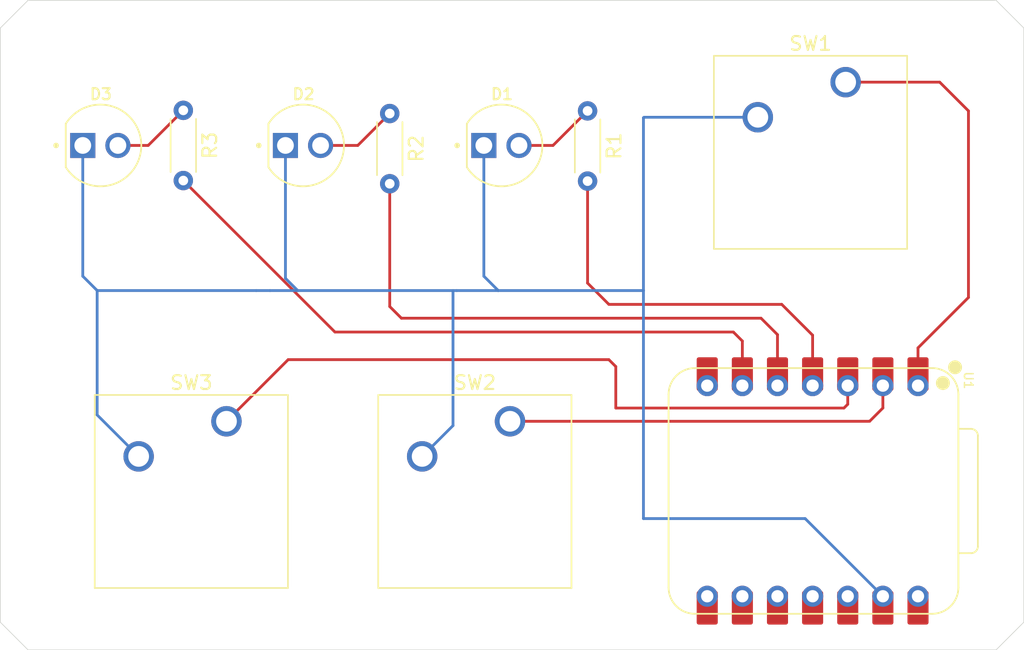
<source format=kicad_pcb>
(kicad_pcb (version 20241229) (generator "pcbnew") (generator_version "9.0")
  (layers (0 "F.Cu" signal) (2 "B.Cu" signal) (13 "F.Paste" user) (15 "B.Paste" user) (5 "F.SilkS" user "F.Silkscreen") (7 "B.SilkS" user "B.Silkscreen") (1 "F.Mask" user) (3 "B.Mask" user) (25 "Edge.Cuts" user))
  (net 0 "")
  (net 1 "GND")
  (net 2 "Net-(D1-PadA)")
  (net 3 "Net-(D2-PadA)")
  (net 4 "Net-(D3-PadA)")
  (net 5 "LED1")
  (net 6 "LED2")
  (net 7 "LED3")
  (net 8 "button1")
  (net 9 "button2")
  (net 10 "button3")
  (footprint "footprints:LEDRD254W57D500H1070" (layer "F.Cu") (at 136.23 79.5)
    (property "Reference" "D1" (at 0.04 -3.708 0) (layer "F.SilkS") (effects (font (size 0.8 0.8))))
    (property "Value" "L08R5000Q1")
    (fp_line (start -2.5 -1.566) (end -2.5 1.566) (stroke (width 0.127)) (layer "F.SilkS"))
    (fp_arc (start -2.5 -1.566) (mid 2.961291 0) (end -2.5 1.566) (stroke (width 0.127)) (layer "F.SilkS"))
    (fp_circle (center -3.2 0) (end -3.1 0) (stroke (width 0.2)) (fill no) (layer "F.SilkS"))
    (pad "A" thru_hole circle (at 1.27 0) (size 1.815 1.815) (drill 1.21) (layers "*.Cu" "*.Mask") (net 2 "Net-(D1-PadA)"))
    (pad "C" thru_hole rect (at -1.27 0) (size 1.815 1.815) (drill 1.21) (layers "*.Cu" "*.Mask") (net 1 "GND"))
  )
  (footprint "footprints:XIAO-RP2040-DIP" (layer "F.Cu") (at 158.7315 104.5 -90)
    (property "Reference" "U1" (at -8 -11.2685 270) (layer "F.SilkS") (effects (font (size 0.635 0.635) (thickness 0.1016))))
    (property "Value" "XIAO-RP2040-DIP")
    (fp_line (start -6.985 10.414) (end 6.985 10.414) (stroke (width 0.127)) (layer "F.SilkS"))
    (fp_line (start -8.89 8.509) (end -8.89 -8.636) (stroke (width 0.127)) (layer "F.SilkS"))
    (fp_line (start 8.89 8.509) (end 8.89 -8.636) (stroke (width 0.127)) (layer "F.SilkS"))
    (fp_line (start -4.495 -10.541) (end -4.491272 -11.451272) (stroke (width 0.127)) (layer "F.SilkS"))
    (fp_line (start 6.985 -10.541) (end -6.985 -10.541) (stroke (width 0.1)) (layer "F.SilkS"))
    (fp_line (start 6.985 -10.541) (end -6.985 -10.541) (stroke (width 0.127)) (layer "F.SilkS"))
    (fp_line (start 4.504 -11.451) (end 4.504 -10.541) (stroke (width 0.127)) (layer "F.SilkS"))
    (fp_line (start -3.991272 -11.951) (end 4.004 -11.951) (stroke (width 0.127)) (layer "F.SilkS"))
    (fp_arc (start -6.985 10.414) (mid -8.332038 9.856038) (end -8.89 8.509) (stroke (width 0.127)) (layer "F.SilkS"))
    (fp_arc (start 8.89 8.509) (mid 8.332038 9.856038) (end 6.985 10.414) (stroke (width 0.127)) (layer "F.SilkS"))
    (fp_arc (start -8.89 -8.636) (mid -8.332038 -9.983038) (end -6.985 -10.541) (stroke (width 0.127)) (layer "F.SilkS"))
    (fp_arc (start 6.985 -10.541) (mid 8.332038 -9.983038) (end 8.89 -8.636) (stroke (width 0.127)) (layer "F.SilkS"))
    (fp_arc (start -4.491272 -11.451272) (mid -4.344728 -11.80464) (end -3.991272 -11.951) (stroke (width 0.127)) (layer "F.SilkS"))
    (fp_arc (start 4.004 -11.951) (mid 4.357553 -11.804553) (end 4.504 -11.451) (stroke (width 0.127)) (layer "F.SilkS"))
    (fp_circle (center -7.807 -9.42) (end -7.807 -9.674) (stroke (width 0.5)) (fill yes) (layer "F.SilkS"))
    (fp_circle (center -8.95 -10.3) (end -8.95 -10.554) (stroke (width 0.5)) (fill yes) (layer "F.SilkS"))
    (pad "1" smd roundrect (at -8.455 -7.62 90) (size 2.432 1.524) (layers "F.Cu" "F.Mask") (roundrect_rratio 0.1) (net 8 "button1"))
    (pad "1" thru_hole circle (at -7.62 -7.62 90) (size 1.524 1.524) (drill 0.889) (layers "*.Cu" "*.Mask") (net 8 "button1"))
    (pad "2" smd roundrect (at -8.455 -5.08 90) (size 2.432 1.524) (layers "F.Cu" "F.Mask") (roundrect_rratio 0.1) (net 9 "button2"))
    (pad "2" thru_hole circle (at -7.62 -5.08 90) (size 1.524 1.524) (drill 0.889) (layers "*.Cu" "*.Mask") (net 9 "button2"))
    (pad "3" smd roundrect (at -8.455 -2.54 90) (size 2.432 1.524) (layers "F.Cu" "F.Mask") (roundrect_rratio 0.1) (net 10 "button3"))
    (pad "3" thru_hole circle (at -7.62 -2.54 90) (size 1.524 1.524) (drill 0.889) (layers "*.Cu" "*.Mask") (net 10 "button3"))
    (pad "4" smd roundrect (at -8.455 0 90) (size 2.432 1.524) (layers "F.Cu" "F.Mask") (roundrect_rratio 0.1) (net 5 "LED1"))
    (pad "4" thru_hole circle (at -7.62 0 90) (size 1.524 1.524) (drill 0.889) (layers "*.Cu" "*.Mask") (net 5 "LED1"))
    (pad "5" smd roundrect (at -8.455 2.54 90) (size 2.432 1.524) (layers "F.Cu" "F.Mask") (roundrect_rratio 0.1) (net 6 "LED2"))
    (pad "5" thru_hole circle (at -7.62 2.54 90) (size 1.524 1.524) (drill 0.889) (layers "*.Cu" "*.Mask") (net 6 "LED2"))
    (pad "6" smd roundrect (at -8.455 5.08 90) (size 2.432 1.524) (layers "F.Cu" "F.Mask") (roundrect_rratio 0.1) (net 7 "LED3"))
    (pad "6" thru_hole circle (at -7.62 5.08 90) (size 1.524 1.524) (drill 0.889) (layers "*.Cu" "*.Mask") (net 7 "LED3"))
    (pad "7" smd roundrect (at -8.455 7.62 90) (size 2.432 1.524) (layers "F.Cu" "F.Mask") (roundrect_rratio 0.1))
    (pad "7" thru_hole circle (at -7.62 7.62 90) (size 1.524 1.524) (drill 0.889) (layers "*.Cu" "*.Mask"))
    (pad "8" thru_hole circle (at 7.62 7.62 270) (size 1.524 1.524) (drill 0.889) (layers "*.Cu" "*.Mask"))
    (pad "8" smd roundrect (at 8.455 7.62 270) (size 2.432 1.524) (layers "F.Cu" "F.Mask") (roundrect_rratio 0.1))
    (pad "9" thru_hole circle (at 7.62 5.08 270) (size 1.524 1.524) (drill 0.889) (layers "*.Cu" "*.Mask"))
    (pad "9" smd roundrect (at 8.455 5.08 270) (size 2.432 1.524) (layers "F.Cu" "F.Mask") (roundrect_rratio 0.1))
    (pad "10" thru_hole circle (at 7.62 2.54 270) (size 1.524 1.524) (drill 0.889) (layers "*.Cu" "*.Mask"))
    (pad "10" smd roundrect (at 8.455 2.54 270) (size 2.432 1.524) (layers "F.Cu" "F.Mask") (roundrect_rratio 0.1))
    (pad "11" thru_hole circle (at 7.62 0 270) (size 1.524 1.524) (drill 0.889) (layers "*.Cu" "*.Mask"))
    (pad "11" smd roundrect (at 8.455 0 270) (size 2.432 1.524) (layers "F.Cu" "F.Mask") (roundrect_rratio 0.1))
    (pad "12" thru_hole circle (at 7.62 -2.54 270) (size 1.524 1.524) (drill 0.889) (layers "*.Cu" "*.Mask"))
    (pad "12" smd roundrect (at 8.455 -2.54 270) (size 2.432 1.524) (layers "F.Cu" "F.Mask") (roundrect_rratio 0.1))
    (pad "13" thru_hole circle (at 7.62 -5.08 270) (size 1.524 1.524) (drill 0.889) (layers "*.Cu" "*.Mask") (net 1 "GND"))
    (pad "13" smd roundrect (at 8.455 -5.08 270) (size 2.432 1.524) (layers "F.Cu" "F.Mask") (roundrect_rratio 0.1) (net 1 "GND"))
    (pad "14" thru_hole circle (at 7.62 -7.62 270) (size 1.524 1.524) (drill 0.889) (layers "*.Cu" "*.Mask"))
    (pad "14" smd roundrect (at 8.455 -7.62 270) (size 2.432 1.524) (layers "F.Cu" "F.Mask") (roundrect_rratio 0.1))
  )
  (footprint "Resistor_THT:R_Axial_DIN0204_L3.6mm_D1.6mm_P5.08mm_Horizontal" (layer "F.Cu") (at 142.46 77 -90)
    (property "Reference" "R1" (at 2.54 -1.92 90) (layer "F.SilkS"))
    (property "Value" "R")
    (fp_line (start 0.62 0.92) (end 4.46 0.92) (stroke (width 0.12)) (layer "F.SilkS"))
    (fp_line (start 0.62 -0.92) (end 4.46 -0.92) (stroke (width 0.12)) (layer "F.SilkS"))
    (pad "1" thru_hole circle (at 0 0 270) (size 1.4 1.4) (drill 0.7) (layers "*.Cu" "*.Mask") (net 2 "Net-(D1-PadA)"))
    (pad "2" thru_hole circle (at 5.08 0 270) (size 1.4 1.4) (drill 0.7) (layers "*.Cu" "*.Mask") (net 5 "LED1"))
  )
  (footprint "footprints:LEDRD254W57D500H1070" (layer "F.Cu") (at 107.23 79.5)
    (property "Reference" "D3" (at 0.04 -3.708 0) (layer "F.SilkS") (effects (font (size 0.8 0.8))))
    (property "Value" "L08R5000Q1")
    (fp_line (start -2.5 -1.566) (end -2.5 1.566) (stroke (width 0.127)) (layer "F.SilkS"))
    (fp_arc (start -2.5 -1.566) (mid 2.961291 0) (end -2.5 1.566) (stroke (width 0.127)) (layer "F.SilkS"))
    (fp_circle (center -3.2 0) (end -3.1 0) (stroke (width 0.2)) (fill no) (layer "F.SilkS"))
    (pad "A" thru_hole circle (at 1.27 0) (size 1.815 1.815) (drill 1.21) (layers "*.Cu" "*.Mask") (net 4 "Net-(D3-PadA)"))
    (pad "C" thru_hole rect (at -1.27 0) (size 1.815 1.815) (drill 1.21) (layers "*.Cu" "*.Mask") (net 1 "GND"))
  )
  (footprint "Button_Switch_Keyboard:SW_Cherry_MX_1.00u_PCB" (layer "F.Cu") (at 161.12 74.92)
    (property "Reference" "SW1" (at -2.54 -2.794 0) (layer "F.SilkS"))
    (property "Value" "SW_Push")
    (fp_line (start -9.525 -1.905) (end 4.445 -1.905) (stroke (width 0.12)) (layer "F.SilkS"))
    (fp_line (start -9.525 12.065) (end -9.525 -1.905) (stroke (width 0.12)) (layer "F.SilkS"))
    (fp_line (start 4.445 -1.905) (end 4.445 12.065) (stroke (width 0.12)) (layer "F.SilkS"))
    (fp_line (start 4.445 12.065) (end -9.525 12.065) (stroke (width 0.12)) (layer "F.SilkS"))
    (pad "" np_thru_hole circle (at -7.62 5.08) (size 1.7 1.7) (drill 1.7) (layers "*.Cu" "*.Mask"))
    (pad "" np_thru_hole circle (at -2.54 5.08) (size 4 4) (drill 4) (layers "*.Cu" "*.Mask"))
    (pad "" np_thru_hole circle (at 2.54 5.08) (size 1.7 1.7) (drill 1.7) (layers "*.Cu" "*.Mask"))
    (pad "1" thru_hole circle (at 0 0) (size 2.2 2.2) (drill 1.5) (layers "*.Cu" "*.Mask") (net 8 "button1"))
    (pad "2" thru_hole circle (at -6.35 2.54) (size 2.2 2.2) (drill 1.5) (layers "*.Cu" "*.Mask") (net 1 "GND"))
  )
  (footprint "footprints:LEDRD254W57D500H1070" (layer "F.Cu") (at 121.885 79.5)
    (property "Reference" "D2" (at 0.04 -3.708 0) (layer "F.SilkS") (effects (font (size 0.8 0.8))))
    (property "Value" "L08R5000Q1")
    (fp_line (start -2.5 -1.566) (end -2.5 1.566) (stroke (width 0.127)) (layer "F.SilkS"))
    (fp_arc (start -2.5 -1.566) (mid 2.961291 0) (end -2.5 1.566) (stroke (width 0.127)) (layer "F.SilkS"))
    (fp_circle (center -3.2 0) (end -3.1 0) (stroke (width 0.2)) (fill no) (layer "F.SilkS"))
    (pad "A" thru_hole circle (at 1.27 0) (size 1.815 1.815) (drill 1.21) (layers "*.Cu" "*.Mask") (net 3 "Net-(D2-PadA)"))
    (pad "C" thru_hole rect (at -1.27 0) (size 1.815 1.815) (drill 1.21) (layers "*.Cu" "*.Mask") (net 1 "GND"))
  )
  (footprint "Button_Switch_Keyboard:SW_Cherry_MX_1.00u_PCB" (layer "F.Cu") (at 136.85 99.46)
    (property "Reference" "SW2" (at -2.54 -2.794 0) (layer "F.SilkS"))
    (property "Value" "SW_Push")
    (fp_line (start -9.525 -1.905) (end 4.445 -1.905) (stroke (width 0.12)) (layer "F.SilkS"))
    (fp_line (start -9.525 12.065) (end -9.525 -1.905) (stroke (width 0.12)) (layer "F.SilkS"))
    (fp_line (start 4.445 -1.905) (end 4.445 12.065) (stroke (width 0.12)) (layer "F.SilkS"))
    (fp_line (start 4.445 12.065) (end -9.525 12.065) (stroke (width 0.12)) (layer "F.SilkS"))
    (pad "" np_thru_hole circle (at -7.62 5.08) (size 1.7 1.7) (drill 1.7) (layers "*.Cu" "*.Mask"))
    (pad "" np_thru_hole circle (at -2.54 5.08) (size 4 4) (drill 4) (layers "*.Cu" "*.Mask"))
    (pad "" np_thru_hole circle (at 2.54 5.08) (size 1.7 1.7) (drill 1.7) (layers "*.Cu" "*.Mask"))
    (pad "1" thru_hole circle (at 0 0) (size 2.2 2.2) (drill 1.5) (layers "*.Cu" "*.Mask") (net 9 "button2"))
    (pad "2" thru_hole circle (at -6.35 2.54) (size 2.2 2.2) (drill 1.5) (layers "*.Cu" "*.Mask") (net 1 "GND"))
  )
  (footprint "Button_Switch_Keyboard:SW_Cherry_MX_1.00u_PCB" (layer "F.Cu") (at 116.35 99.46)
    (property "Reference" "SW3" (at -2.54 -2.794 0) (layer "F.SilkS"))
    (property "Value" "SW_Push")
    (fp_line (start -9.525 -1.905) (end 4.445 -1.905) (stroke (width 0.12)) (layer "F.SilkS"))
    (fp_line (start -9.525 12.065) (end -9.525 -1.905) (stroke (width 0.12)) (layer "F.SilkS"))
    (fp_line (start 4.445 -1.905) (end 4.445 12.065) (stroke (width 0.12)) (layer "F.SilkS"))
    (fp_line (start 4.445 12.065) (end -9.525 12.065) (stroke (width 0.12)) (layer "F.SilkS"))
    (pad "" np_thru_hole circle (at -7.62 5.08) (size 1.7 1.7) (drill 1.7) (layers "*.Cu" "*.Mask"))
    (pad "" np_thru_hole circle (at -2.54 5.08) (size 4 4) (drill 4) (layers "*.Cu" "*.Mask"))
    (pad "" np_thru_hole circle (at 2.54 5.08) (size 1.7 1.7) (drill 1.7) (layers "*.Cu" "*.Mask"))
    (pad "1" thru_hole circle (at 0 0) (size 2.2 2.2) (drill 1.5) (layers "*.Cu" "*.Mask") (net 10 "button3"))
    (pad "2" thru_hole circle (at -6.35 2.54) (size 2.2 2.2) (drill 1.5) (layers "*.Cu" "*.Mask") (net 1 "GND"))
  )
  (footprint "Resistor_THT:R_Axial_DIN0204_L3.6mm_D1.6mm_P5.08mm_Horizontal" (layer "F.Cu") (at 113.23 76.96 -90)
    (property "Reference" "R3" (at 2.54 -1.92 90) (layer "F.SilkS"))
    (property "Value" "R")
    (fp_line (start 0.62 0.92) (end 4.46 0.92) (stroke (width 0.12)) (layer "F.SilkS"))
    (fp_line (start 0.62 -0.92) (end 4.46 -0.92) (stroke (width 0.12)) (layer "F.SilkS"))
    (pad "1" thru_hole circle (at 0 0 270) (size 1.4 1.4) (drill 0.7) (layers "*.Cu" "*.Mask") (net 4 "Net-(D3-PadA)"))
    (pad "2" thru_hole circle (at 5.08 0 270) (size 1.4 1.4) (drill 0.7) (layers "*.Cu" "*.Mask") (net 7 "LED3"))
  )
  (footprint "Resistor_THT:R_Axial_DIN0204_L3.6mm_D1.6mm_P5.08mm_Horizontal" (layer "F.Cu") (at 128.155 77.19 -90)
    (property "Reference" "R2" (at 2.54 -1.92 90) (layer "F.SilkS"))
    (property "Value" "R")
    (fp_line (start 0.62 0.92) (end 4.46 0.92) (stroke (width 0.12)) (layer "F.SilkS"))
    (fp_line (start 0.62 -0.92) (end 4.46 -0.92) (stroke (width 0.12)) (layer "F.SilkS"))
    (pad "1" thru_hole circle (at 0 0 270) (size 1.4 1.4) (drill 0.7) (layers "*.Cu" "*.Mask") (net 3 "Net-(D2-PadA)"))
    (pad "2" thru_hole circle (at 5.08 0 270) (size 1.4 1.4) (drill 0.7) (layers "*.Cu" "*.Mask") (net 6 "LED2"))
  )
  (gr_line (start 100 71) (end 102 69) (stroke (width 0.05)) (layer "Edge.Cuts"))
  (gr_line (start 172 116) (end 174 114) (stroke (width 0.05)) (layer "Edge.Cuts"))
  (gr_line (start 100 114) (end 100 71) (stroke (width 0.05)) (layer "Edge.Cuts"))
  (gr_line (start 174 71) (end 172 69) (stroke (width 0.05)) (layer "Edge.Cuts"))
  (gr_line (start 172 69) (end 102 69) (stroke (width 0.05)) (layer "Edge.Cuts"))
  (gr_line (start 174 114) (end 174 71) (stroke (width 0.05)) (layer "Edge.Cuts"))
  (gr_line (start 172 116) (end 102 116) (stroke (width 0.05)) (layer "Edge.Cuts"))
  (gr_line (start 102 116) (end 100 114) (stroke (width 0.05)) (layer "Edge.Cuts"))
  (segment (start 121.5 90) (end 119.5 90) (width 0.2) (layer "B.Cu") (net 1))
  (segment (start 120.615 89.115) (end 121.5 90) (width 0.2) (layer "B.Cu") (net 1))
  (segment (start 146.5 106.5) (end 158.1915 106.5) (width 0.2) (layer "B.Cu") (net 1))
  (segment (start 154.77 77.46) (end 146.54 77.46) (width 0.2) (layer "B.Cu") (net 1))
  (segment (start 120.615 79.5) (end 120.615 89.115) (width 0.2) (layer "B.Cu") (net 1))
  (segment (start 119.5 90) (end 118.5 90) (width 0.2) (layer "B.Cu") (net 1))
  (segment (start 146.54 77.46) (end 146.5 77.5) (width 0.2) (layer "B.Cu") (net 1))
  (segment (start 134.96 88.96) (end 136 90) (width 0.2) (layer "B.Cu") (net 1))
  (segment (start 132.73 99.77) (end 132.73 90) (width 0.2) (layer "B.Cu") (net 1))
  (segment (start 105.96 79.5) (end 105.96 88.96) (width 0.2) (layer "B.Cu") (net 1))
  (segment (start 133 90) (end 121.5 90) (width 0.2) (layer "B.Cu") (net 1))
  (segment (start 158.1915 106.5) (end 163.8115 112.12) (width 0.2) (layer "B.Cu") (net 1))
  (segment (start 146.5 90) (end 146.5 106.5) (width 0.2) (layer "B.Cu") (net 1))
  (segment (start 105.96 88.96) (end 107 90) (width 0.2) (layer "B.Cu") (net 1))
  (segment (start 134.96 79.5) (end 134.96 88.96) (width 0.2) (layer "B.Cu") (net 1))
  (segment (start 130.5 102) (end 132.73 99.77) (width 0.2) (layer "B.Cu") (net 1))
  (segment (start 133 90) (end 136 90) (width 0.2) (layer "B.Cu") (net 1))
  (segment (start 146.5 77.5) (end 146.5 90) (width 0.2) (layer "B.Cu") (net 1))
  (segment (start 136 90) (end 146.5 90) (width 0.2) (layer "B.Cu") (net 1))
  (segment (start 110 102) (end 107 99) (width 0.2) (layer "B.Cu") (net 1))
  (segment (start 107 99) (end 107 90) (width 0.2) (layer "B.Cu") (net 1))
  (segment (start 118.5 90) (end 107 90) (width 0.2) (layer "B.Cu") (net 1))
  (segment (start 137.5 79.5) (end 139.96 79.5) (width 0.2) (layer "F.Cu") (net 2))
  (segment (start 139.96 79.5) (end 142.46 77) (width 0.2) (layer "F.Cu") (net 2))
  (segment (start 125.845 79.5) (end 128.155 77.19) (width 0.2) (layer "F.Cu") (net 3))
  (segment (start 123.155 79.5) (end 125.845 79.5) (width 0.2) (layer "F.Cu") (net 3))
  (segment (start 108.5 79.5) (end 110.69 79.5) (width 0.2) (layer "F.Cu") (net 4))
  (segment (start 110.69 79.5) (end 113.23 76.96) (width 0.2) (layer "F.Cu") (net 4))
  (segment (start 144 91) (end 156.5 91) (width 0.2) (layer "F.Cu") (net 5))
  (segment (start 158.7315 93.2315) (end 158.7315 96.88) (width 0.2) (layer "F.Cu") (net 5))
  (segment (start 142.46 89.46) (end 144 91) (width 0.2) (layer "F.Cu") (net 5))
  (segment (start 142.46 82.08) (end 142.46 89.46) (width 0.2) (layer "F.Cu") (net 5))
  (segment (start 156.5 91) (end 158.7315 93.2315) (width 0.2) (layer "F.Cu") (net 5))
  (segment (start 155 92) (end 129 92) (width 0.2) (layer "F.Cu") (net 6))
  (segment (start 156.1915 96.045) (end 156.1915 93.1915) (width 0.2) (layer "F.Cu") (net 6))
  (segment (start 156.1915 93.1915) (end 155 92) (width 0.2) (layer "F.Cu") (net 6))
  (segment (start 128.155 91.155) (end 128.155 82.27) (width 0.2) (layer "F.Cu") (net 6))
  (segment (start 129 92) (end 128.155 91.155) (width 0.2) (layer "F.Cu") (net 6))
  (segment (start 153 93) (end 153.6515 93.6515) (width 0.2) (layer "F.Cu") (net 7))
  (segment (start 113.23 82.04) (end 124.19 93) (width 0.2) (layer "F.Cu") (net 7))
  (segment (start 124.19 93) (end 153 93) (width 0.2) (layer "F.Cu") (net 7))
  (segment (start 153.6515 93.6515) (end 153.6515 96.88) (width 0.2) (layer "F.Cu") (net 7))
  (segment (start 170 90.5) (end 166.3515 94.1485) (width 0.2) (layer "F.Cu") (net 8))
  (segment (start 167.92 74.92) (end 170 77) (width 0.2) (layer "F.Cu") (net 8))
  (segment (start 161.12 74.92) (end 167.92 74.92) (width 0.2) (layer "F.Cu") (net 8))
  (segment (start 166.3515 94.1485) (end 166.3515 96.88) (width 0.2) (layer "F.Cu") (net 8))
  (segment (start 170 77) (end 170 90.5) (width 0.2) (layer "F.Cu") (net 8))
  (segment (start 136.85 99.46) (end 162.8515 99.46) (width 0.2) (layer "F.Cu") (net 9))
  (segment (start 163.8115 98.5) (end 163.8115 96.88) (width 0.2) (layer "F.Cu") (net 9))
  (segment (start 162.8515 99.46) (end 163.8115 98.5) (width 0.2) (layer "F.Cu") (net 9))
  (segment (start 144 95) (end 120.81 95) (width 0.2) (layer "F.Cu") (net 10))
  (segment (start 144.5 98.5) (end 144.5 95.5) (width 0.2) (layer "F.Cu") (net 10))
  (segment (start 144.5 95.5) (end 144 95) (width 0.2) (layer "F.Cu") (net 10))
  (segment (start 161.2715 98.2285) (end 161 98.5) (width 0.2) (layer "F.Cu") (net 10))
  (segment (start 161 98.5) (end 144.5 98.5) (width 0.2) (layer "F.Cu") (net 10))
  (segment (start 120.81 95) (end 116.35 99.46) (width 0.2) (layer "F.Cu") (net 10))
  (segment (start 161.2715 96.88) (end 161.2715 98.2285) (width 0.2) (layer "F.Cu") (net 10))
  (segment (start 161.54 96.6115) (end 161.2715 96.88) (width 0.2) (layer "B.Cu") (net 10))
)
</source>
